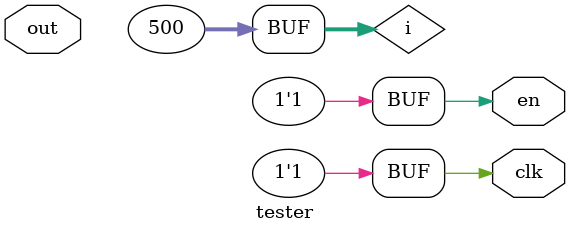
<source format=v>
`include "bsc.v"
`include "transmit_enable.v"


module testbench;
	wire [3:0] out;
	wire en, clk;


	bsc bsc(out, en, clk);
	
	tester tester(out, en, clk);
	
	initial begin 
		$dumpfile("bsc.vcd"); 
		$dumpvars; 
	end  
	
endmodule



module tester(out, en, clk);
	output reg clk;
	output reg en;
	input [3:0] out;
	
	
	parameter stimDelay = 20;
	
	
	integer i;
	initial begin
	
		#stimDelay;
		#stimDelay; clk = 0; en = 0;
		#stimDelay; clk = 1;
		
		#stimDelay; clk = 0; 
		#stimDelay; clk = 1;
		
		
		#stimDelay; clk = 0; 
		#stimDelay; clk = 1;
		
		#stimDelay; clk = 0; 
		#stimDelay; clk = 1;
		
		#stimDelay; clk = 0; 
		#stimDelay; clk = 1; en = 1;
		
		#stimDelay; clk = 0; 
		#stimDelay; clk = 1; en = 1;
		
		
		for (i = 0; i < 500; i = i + 1) begin
		
			#stimDelay; clk = 0; 
			#stimDelay; clk = 1;
		
		end
	
	end
	
endmodule
</source>
